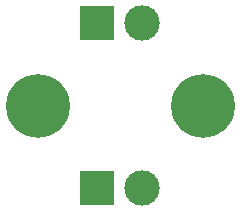
<source format=gbl>
G04 #@! TF.GenerationSoftware,KiCad,Pcbnew,(5.1.5)-3*
G04 #@! TF.CreationDate,2020-04-01T14:27:29+01:00*
G04 #@! TF.ProjectId,led_board,6c65645f-626f-4617-9264-2e6b69636164,rev?*
G04 #@! TF.SameCoordinates,Original*
G04 #@! TF.FileFunction,Copper,L2,Bot*
G04 #@! TF.FilePolarity,Positive*
%FSLAX46Y46*%
G04 Gerber Fmt 4.6, Leading zero omitted, Abs format (unit mm)*
G04 Created by KiCad (PCBNEW (5.1.5)-3) date 2020-04-01 14:27:29*
%MOMM*%
%LPD*%
G04 APERTURE LIST*
%ADD10C,2.999740*%
%ADD11R,2.999740X2.999740*%
%ADD12C,5.400000*%
G04 APERTURE END LIST*
D10*
X1810000Y-7000000D03*
D11*
X-2000000Y-7000000D03*
D10*
X1810000Y7000000D03*
D11*
X-2000000Y7000000D03*
D12*
X7000000Y0D03*
X-7000000Y0D03*
M02*

</source>
